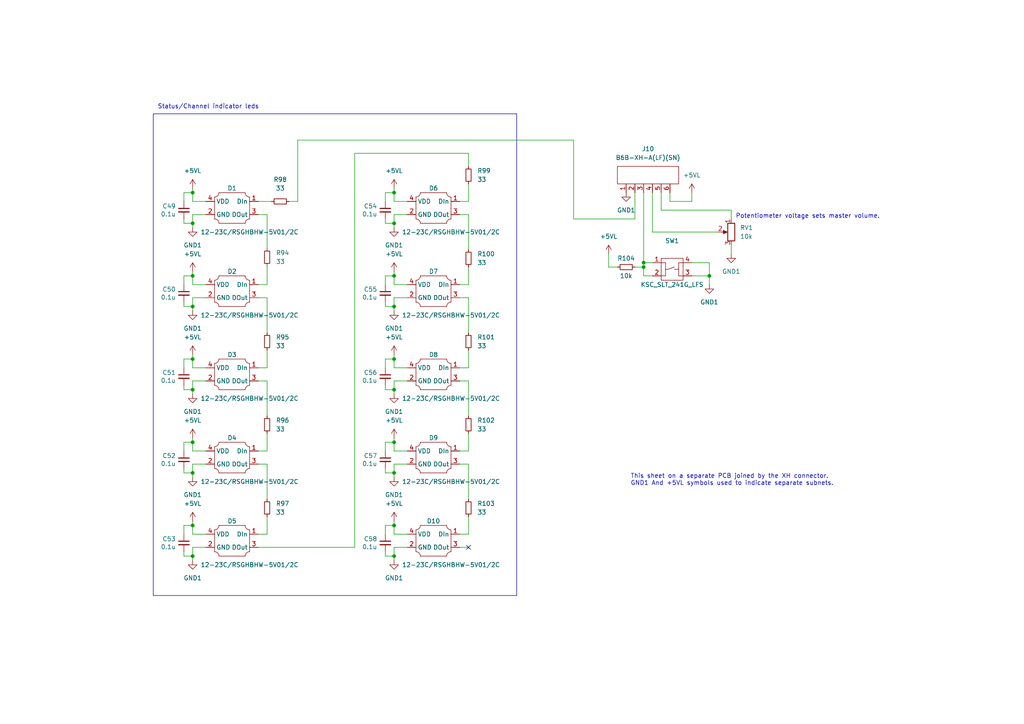
<source format=kicad_sch>
(kicad_sch (version 20230121) (generator eeschema)
  (paper "A4")
  (lib_symbols
    (symbol "12-23C{slash}RSGHBHW-5V01{slash}2C_2"
      (property "Reference" "D" (at 5.08 1.27 0))
      (property "Value" "12-23C{slash}RSGHBHW-5V01{slash}2C_2" (at 5.08 -10.16 0))
      (symbol "12-23C{slash}RSGHBHW-5V01{slash}2C_2_0_1"
        (arc (start 0 -1.27) (mid 0.898 -0.898) (end 1.27 0))
        (polyline (pts (xy 0 -1.27) (xy 0 -7.62)))
        (polyline (pts (xy 1.27 -8.89) (xy 8.89 -8.89)))
        (polyline (pts (xy 8.89 0) (xy 1.27 0)))
        (polyline (pts (xy 10.16 -7.62) (xy 10.16 -1.27)))
        (arc (start 1.27 -8.89) (mid 0.898 -7.992) (end 0 -7.62))
        (arc (start 8.89 0) (mid 9.262 -0.898) (end 10.16 -1.27))
        (arc (start 10.16 -7.62) (mid 9.262 -7.992) (end 8.89 -8.89))
      )
      (symbol "12-23C{slash}RSGHBHW-5V01{slash}2C_2_1_1"
        (pin passive line (at -2.54 -2.54 0) (length 2.54) (name "DIn") (number "1"))
        (pin power_in line (at 12.7 -6.35 180) (length 2.54) (name "GND") (number "2"))
        (pin passive line (at -2.54 -6.35 0) (length 2.54) (name "DOut") (number "3"))
        (pin power_in line (at 12.7 -2.54 180) (length 2.54) (name "VDD") (number "4"))
      )
    )
    (symbol "12-23C{slash}RSGHBHW-5V01{slash}2C_3"
      (property "Reference" "D" (at 5.08 1.27 0))
      (property "Value" "12-23C{slash}RSGHBHW-5V01{slash}2C_3" (at 5.08 -10.16 0))
      (symbol "12-23C{slash}RSGHBHW-5V01{slash}2C_3_0_1"
        (arc (start 0 -1.27) (mid 0.898 -0.898) (end 1.27 0))
        (polyline (pts (xy 0 -1.27) (xy 0 -7.62)))
        (polyline (pts (xy 1.27 -8.89) (xy 8.89 -8.89)))
        (polyline (pts (xy 8.89 0) (xy 1.27 0)))
        (polyline (pts (xy 10.16 -7.62) (xy 10.16 -1.27)))
        (arc (start 1.27 -8.89) (mid 0.898 -7.992) (end 0 -7.62))
        (arc (start 8.89 0) (mid 9.262 -0.898) (end 10.16 -1.27))
        (arc (start 10.16 -7.62) (mid 9.262 -7.992) (end 8.89 -8.89))
      )
      (symbol "12-23C{slash}RSGHBHW-5V01{slash}2C_3_1_1"
        (pin passive line (at -2.54 -2.54 0) (length 2.54) (name "DIn") (number "1"))
        (pin power_in line (at 12.7 -6.35 180) (length 2.54) (name "GND") (number "2"))
        (pin passive line (at -2.54 -6.35 0) (length 2.54) (name "DOut") (number "3"))
        (pin power_in line (at 12.7 -2.54 180) (length 2.54) (name "VDD") (number "4"))
      )
    )
    (symbol "12-23C{slash}RSGHBHW-5V01{slash}2C_4"
      (property "Reference" "D" (at 5.08 1.27 0))
      (property "Value" "12-23C{slash}RSGHBHW-5V01{slash}2C_4" (at 5.08 -10.16 0))
      (symbol "12-23C{slash}RSGHBHW-5V01{slash}2C_4_0_1"
        (arc (start 0 -1.27) (mid 0.898 -0.898) (end 1.27 0))
        (polyline (pts (xy 0 -1.27) (xy 0 -7.62)))
        (polyline (pts (xy 1.27 -8.89) (xy 8.89 -8.89)))
        (polyline (pts (xy 8.89 0) (xy 1.27 0)))
        (polyline (pts (xy 10.16 -7.62) (xy 10.16 -1.27)))
        (arc (start 1.27 -8.89) (mid 0.898 -7.992) (end 0 -7.62))
        (arc (start 8.89 0) (mid 9.262 -0.898) (end 10.16 -1.27))
        (arc (start 10.16 -7.62) (mid 9.262 -7.992) (end 8.89 -8.89))
      )
      (symbol "12-23C{slash}RSGHBHW-5V01{slash}2C_4_1_1"
        (pin passive line (at -2.54 -2.54 0) (length 2.54) (name "DIn") (number "1"))
        (pin power_in line (at 12.7 -6.35 180) (length 2.54) (name "GND") (number "2"))
        (pin passive line (at -2.54 -6.35 0) (length 2.54) (name "DOut") (number "3"))
        (pin power_in line (at 12.7 -2.54 180) (length 2.54) (name "VDD") (number "4"))
      )
    )
    (symbol "12-23C{slash}RSGHBHW-5V01{slash}2C_5"
      (property "Reference" "D" (at 5.08 1.27 0))
      (property "Value" "12-23C{slash}RSGHBHW-5V01{slash}2C_5" (at 5.08 -10.16 0))
      (symbol "12-23C{slash}RSGHBHW-5V01{slash}2C_5_0_1"
        (arc (start 0 -1.27) (mid 0.898 -0.898) (end 1.27 0))
        (polyline (pts (xy 0 -1.27) (xy 0 -7.62)))
        (polyline (pts (xy 1.27 -8.89) (xy 8.89 -8.89)))
        (polyline (pts (xy 8.89 0) (xy 1.27 0)))
        (polyline (pts (xy 10.16 -7.62) (xy 10.16 -1.27)))
        (arc (start 1.27 -8.89) (mid 0.898 -7.992) (end 0 -7.62))
        (arc (start 8.89 0) (mid 9.262 -0.898) (end 10.16 -1.27))
        (arc (start 10.16 -7.62) (mid 9.262 -7.992) (end 8.89 -8.89))
      )
      (symbol "12-23C{slash}RSGHBHW-5V01{slash}2C_5_1_1"
        (pin passive line (at -2.54 -2.54 0) (length 2.54) (name "DIn") (number "1"))
        (pin power_in line (at 12.7 -6.35 180) (length 2.54) (name "GND") (number "2"))
        (pin passive line (at -2.54 -6.35 0) (length 2.54) (name "DOut") (number "3"))
        (pin power_in line (at 12.7 -2.54 180) (length 2.54) (name "VDD") (number "4"))
      )
    )
    (symbol "12-23C{slash}RSGHBHW-5V01{slash}2C_6"
      (property "Reference" "D" (at 5.08 1.27 0))
      (property "Value" "12-23C{slash}RSGHBHW-5V01{slash}2C_6" (at 5.08 -10.16 0))
      (symbol "12-23C{slash}RSGHBHW-5V01{slash}2C_6_0_1"
        (arc (start 0 -1.27) (mid 0.898 -0.898) (end 1.27 0))
        (polyline (pts (xy 0 -1.27) (xy 0 -7.62)))
        (polyline (pts (xy 1.27 -8.89) (xy 8.89 -8.89)))
        (polyline (pts (xy 8.89 0) (xy 1.27 0)))
        (polyline (pts (xy 10.16 -7.62) (xy 10.16 -1.27)))
        (arc (start 1.27 -8.89) (mid 0.898 -7.992) (end 0 -7.62))
        (arc (start 8.89 0) (mid 9.262 -0.898) (end 10.16 -1.27))
        (arc (start 10.16 -7.62) (mid 9.262 -7.992) (end 8.89 -8.89))
      )
      (symbol "12-23C{slash}RSGHBHW-5V01{slash}2C_6_1_1"
        (pin passive line (at -2.54 -2.54 0) (length 2.54) (name "DIn") (number "1"))
        (pin power_in line (at 12.7 -6.35 180) (length 2.54) (name "GND") (number "2"))
        (pin passive line (at -2.54 -6.35 0) (length 2.54) (name "DOut") (number "3"))
        (pin power_in line (at 12.7 -2.54 180) (length 2.54) (name "VDD") (number "4"))
      )
    )
    (symbol "12-23C{slash}RSGHBHW-5V01{slash}2C_7"
      (property "Reference" "D" (at 5.08 1.27 0))
      (property "Value" "12-23C{slash}RSGHBHW-5V01{slash}2C_7" (at 5.08 -10.16 0))
      (symbol "12-23C{slash}RSGHBHW-5V01{slash}2C_7_0_1"
        (arc (start 0 -1.27) (mid 0.898 -0.898) (end 1.27 0))
        (polyline (pts (xy 0 -1.27) (xy 0 -7.62)))
        (polyline (pts (xy 1.27 -8.89) (xy 8.89 -8.89)))
        (polyline (pts (xy 8.89 0) (xy 1.27 0)))
        (polyline (pts (xy 10.16 -7.62) (xy 10.16 -1.27)))
        (arc (start 1.27 -8.89) (mid 0.898 -7.992) (end 0 -7.62))
        (arc (start 8.89 0) (mid 9.262 -0.898) (end 10.16 -1.27))
        (arc (start 10.16 -7.62) (mid 9.262 -7.992) (end 8.89 -8.89))
      )
      (symbol "12-23C{slash}RSGHBHW-5V01{slash}2C_7_1_1"
        (pin passive line (at -2.54 -2.54 0) (length 2.54) (name "DIn") (number "1"))
        (pin power_in line (at 12.7 -6.35 180) (length 2.54) (name "GND") (number "2"))
        (pin passive line (at -2.54 -6.35 0) (length 2.54) (name "DOut") (number "3"))
        (pin power_in line (at 12.7 -2.54 180) (length 2.54) (name "VDD") (number "4"))
      )
    )
    (symbol "12-23C{slash}RSGHBHW-5V01{slash}2C_8"
      (property "Reference" "D" (at 5.08 1.27 0))
      (property "Value" "12-23C{slash}RSGHBHW-5V01{slash}2C_8" (at 5.08 -10.16 0))
      (symbol "12-23C{slash}RSGHBHW-5V01{slash}2C_8_0_1"
        (arc (start 0 -1.27) (mid 0.898 -0.898) (end 1.27 0))
        (polyline (pts (xy 0 -1.27) (xy 0 -7.62)))
        (polyline (pts (xy 1.27 -8.89) (xy 8.89 -8.89)))
        (polyline (pts (xy 8.89 0) (xy 1.27 0)))
        (polyline (pts (xy 10.16 -7.62) (xy 10.16 -1.27)))
        (arc (start 1.27 -8.89) (mid 0.898 -7.992) (end 0 -7.62))
        (arc (start 8.89 0) (mid 9.262 -0.898) (end 10.16 -1.27))
        (arc (start 10.16 -7.62) (mid 9.262 -7.992) (end 8.89 -8.89))
      )
      (symbol "12-23C{slash}RSGHBHW-5V01{slash}2C_8_1_1"
        (pin passive line (at -2.54 -2.54 0) (length 2.54) (name "DIn") (number "1"))
        (pin power_in line (at 12.7 -6.35 180) (length 2.54) (name "GND") (number "2"))
        (pin passive line (at -2.54 -6.35 0) (length 2.54) (name "DOut") (number "3"))
        (pin power_in line (at 12.7 -2.54 180) (length 2.54) (name "VDD") (number "4"))
      )
    )
    (symbol "12-23C{slash}RSGHBHW-5V01{slash}2C_9"
      (property "Reference" "D" (at 5.08 1.27 0))
      (property "Value" "12-23C{slash}RSGHBHW-5V01{slash}2C_9" (at 5.08 -10.16 0))
      (symbol "12-23C{slash}RSGHBHW-5V01{slash}2C_9_0_1"
        (arc (start 0 -1.27) (mid 0.898 -0.898) (end 1.27 0))
        (polyline (pts (xy 0 -1.27) (xy 0 -7.62)))
        (polyline (pts (xy 1.27 -8.89) (xy 8.89 -8.89)))
        (polyline (pts (xy 8.89 0) (xy 1.27 0)))
        (polyline (pts (xy 10.16 -7.62) (xy 10.16 -1.27)))
        (arc (start 1.27 -8.89) (mid 0.898 -7.992) (end 0 -7.62))
        (arc (start 8.89 0) (mid 9.262 -0.898) (end 10.16 -1.27))
        (arc (start 10.16 -7.62) (mid 9.262 -7.992) (end 8.89 -8.89))
      )
      (symbol "12-23C{slash}RSGHBHW-5V01{slash}2C_9_1_1"
        (pin passive line (at -2.54 -2.54 0) (length 2.54) (name "DIn") (number "1"))
        (pin power_in line (at 12.7 -6.35 180) (length 2.54) (name "GND") (number "2"))
        (pin passive line (at -2.54 -6.35 0) (length 2.54) (name "DOut") (number "3"))
        (pin power_in line (at 12.7 -2.54 180) (length 2.54) (name "VDD") (number "4"))
      )
    )
    (symbol "Device:C_Small" (pin_numbers hide) (pin_names (offset 0.254) hide)
      (property "Reference" "C" (at 0.254 1.778 0))
      (property "Value" "C_Small" (at 0.254 -2.032 0))
      (symbol "C_Small_0_1"
        (polyline (pts (xy -1.524 -0.508) (xy 1.524 -0.508)) (stroke (width 0.3302)))
        (polyline (pts (xy -1.524 0.508) (xy 1.524 0.508)) (stroke (width 0.3048)))
      )
      (symbol "C_Small_1_1"
        (pin passive line (at 0 2.54 270) (length 2.032) (name "~") (number "1"))
        (pin passive line (at 0 -2.54 90) (length 2.032) (name "~") (number "2"))
      )
    )
    (symbol "Device:R_Potentiometer" (pin_names (offset 1.016) hide)
      (property "Reference" "RV" (at -4.445 0 90))
      (property "Value" "R_Potentiometer" (at -2.54 0 90))
      (symbol "R_Potentiometer_0_1"
        (polyline (pts (xy 2.54 0) (xy 1.524 0)))
        (polyline (pts (xy 1.143 0) (xy 2.286 0.508) (xy 2.286 -0.508) (xy 1.143 0)) (fill (type outline)))
        (rectangle (start 1.016 2.54) (end -1.016 -2.54) (stroke (width 0.254)))
      )
      (symbol "R_Potentiometer_1_1"
        (pin passive line (at 0 3.81 270) (length 1.27) (name "1") (number "1"))
        (pin passive line (at 3.81 0 180) (length 1.27) (name "2") (number "2"))
        (pin passive line (at 0 -3.81 90) (length 1.27) (name "3") (number "3"))
      )
    )
    (symbol "Device:R_Small" (pin_numbers hide) (pin_names (offset 0.254) hide)
      (property "Reference" "R" (at 0.762 0.508 0))
      (property "Value" "R_Small" (at 0.762 -1.016 0))
      (symbol "R_Small_0_1"
        (rectangle (start -0.762 1.778) (end 0.762 -1.778) (stroke (width 0.2032)))
      )
      (symbol "R_Small_1_1"
        (pin passive line (at 0 2.54 270) (length 0.762) (name "~") (number "1"))
        (pin passive line (at 0 -2.54 90) (length 0.762) (name "~") (number "2"))
      )
    )
    (symbol "power:+5VL" (power) (pin_names (offset 0))
      (property "Value" "+5VL" (at 0 3.556 0))
      (symbol "+5VL_0_1"
        (polyline (pts (xy -0.762 1.27) (xy 0 2.54)))
        (polyline (pts (xy 0 0) (xy 0 2.54)))
        (polyline (pts (xy 0 2.54) (xy 0.762 1.27)))
      )
      (symbol "+5VL_1_1"
        (pin power_in line (at 0 0 90) (length 0) hide (name "+5VL") (number "1"))
      )
    )
    (symbol "power:GND1" (power) (pin_names (offset 0))
      (property "Value" "GND1" (at 0 -3.81 0))
      (symbol "GND1_0_1"
        (polyline (pts (xy 0 0) (xy 0 -1.27) (xy 1.27 -1.27) (xy 0 -2.54) (xy -1.27 -1.27) (xy 0 -1.27)))
      )
      (symbol "GND1_1_1"
        (pin power_in line (at 0 0 270) (length 0) hide (name "GND1") (number "1"))
      )
    )
    (symbol "silver-box-modular:12-23C{slash}RSGHBHW-5V01{slash}2C"
      (property "Reference" "D" (at 5.08 1.27 0))
      (property "Value" "12-23C{slash}RSGHBHW-5V01{slash}2C" (at 5.08 -10.16 0))
      (symbol "12-23C{slash}RSGHBHW-5V01{slash}2C_0_1"
        (arc (start 0 -1.27) (mid 0.898 -0.898) (end 1.27 0))
        (polyline (pts (xy 0 -1.27) (xy 0 -7.62)))
        (polyline (pts (xy 1.27 -8.89) (xy 8.89 -8.89)))
        (polyline (pts (xy 8.89 0) (xy 1.27 0)))
        (polyline (pts (xy 10.16 -7.62) (xy 10.16 -1.27)))
        (arc (start 1.27 -8.89) (mid 0.898 -7.992) (end 0 -7.62))
        (arc (start 8.89 0) (mid 9.262 -0.898) (end 10.16 -1.27))
        (arc (start 10.16 -7.62) (mid 9.262 -7.992) (end 8.89 -8.89))
      )
      (symbol "12-23C{slash}RSGHBHW-5V01{slash}2C_1_1"
        (pin passive line (at -2.54 -2.54 0) (length 2.54) (name "DIn") (number "1"))
        (pin power_in line (at 12.7 -6.35 180) (length 2.54) (name "GND") (number "2"))
        (pin passive line (at -2.54 -6.35 0) (length 2.54) (name "DOut") (number "3"))
        (pin power_in line (at 12.7 -2.54 180) (length 2.54) (name "VDD") (number "4"))
      )
    )
    (symbol "silver-box-modular:B6B-XH-A(LF)(SN)"
      (property "Reference" "U" (at 0 3.81 0))
      (property "Value" "B6B-XH-A(LF)(SN)" (at 0 1.27 0))
      (symbol "B6B-XH-A(LF)(SN)_0_0"
        (pin passive line (at -6.35 -7.62 90) (length 2.54) (name "") (number "1"))
        (pin passive line (at -3.81 -7.62 90) (length 2.54) (name "") (number "2"))
        (pin passive line (at -1.27 -7.62 90) (length 2.54) (name "") (number "3"))
        (pin passive line (at 1.27 -7.62 90) (length 2.54) (name "") (number "4"))
        (pin passive line (at 3.81 -7.62 90) (length 2.54) (name "") (number "5"))
        (pin passive line (at 6.35 -7.62 90) (length 2.54) (name "") (number "6"))
      )
      (symbol "B6B-XH-A(LF)(SN)_0_1"
        (rectangle (start -8.89 -5.08) (end 8.89 0))
      )
    )
    (symbol "silver-box-modular:KSC_SLT_241G_LFS"
      (property "Reference" "SW" (at 5.715 2.54 0))
      (property "Value" "KSC_SLT_241G_LFS" (at 5.715 -6.35 0))
      (symbol "KSC_SLT_241G_LFS_0_1"
        (polyline (pts (xy 6.35 -1.905) (xy 7.62 -1.905)))
        (polyline (pts (xy 3.81 -1.905) (xy 4.445 -1.905) (xy 6.35 -1.27)))
        (polyline (pts (xy 2.54 0) (xy 3.81 0) (xy 3.81 -3.81) (xy 2.54 -3.81)))
        (polyline (pts (xy 8.89 -3.81) (xy 7.62 -3.81) (xy 7.62 0) (xy 8.89 0)))
        (rectangle (start 2.54 -5.08) (end 8.89 1.27))
      )
      (symbol "KSC_SLT_241G_LFS_1_1"
        (pin passive line (at 0 0 0) (length 2.54) (name "") (number "1"))
        (pin passive line (at 0 -3.81 0) (length 2.54) (name "") (number "2"))
        (pin passive line (at 11.43 -3.81 180) (length 2.54) (name "") (number "3"))
        (pin passive line (at 11.43 0 180) (length 2.54) (name "") (number "4"))
      )
    )
  )
  (junction (at 55.88 88.9))
  (junction (at 55.88 161.29))
  (junction (at 114.3 88.9))
  (junction (at 55.88 64.77))
  (junction (at 55.88 80.01))
  (junction (at 114.3 55.88))
  (junction (at 55.88 113.03))
  (junction (at 205.74 80.01))
  (junction (at 114.3 64.77))
  (junction (at 114.3 128.27))
  (junction (at 114.3 152.4))
  (junction (at 55.88 137.16))
  (junction (at 114.3 137.16))
  (junction (at 186.69 76.2))
  (junction (at 55.88 152.4))
  (junction (at 114.3 80.01))
  (junction (at 55.88 128.27))
  (junction (at 114.3 161.29))
  (junction (at 55.88 104.14))
  (junction (at 114.3 113.03))
  (junction (at 55.88 55.88))
  (junction (at 186.69 77.47))
  (junction (at 114.3 104.14))
  (no_connect (at 135.89 158.75))
  (wire (pts (xy 77.47 120.65) (xy 77.47 110.49)))
  (wire (pts (xy 111.76 160.02) (xy 111.76 161.29)))
  (wire (pts (xy 114.3 158.75) (xy 118.11 158.75)))
  (polyline (pts (xy 44.45 33.02) (xy 44.45 172.72)))
  (wire (pts (xy 205.74 76.2) (xy 205.74 80.01)))
  (wire (pts (xy 77.47 130.81) (xy 77.47 125.73)))
  (wire (pts (xy 186.69 77.47) (xy 186.69 76.2)))
  (wire (pts (xy 118.11 154.94) (xy 114.3 154.94)))
  (wire (pts (xy 133.35 58.42) (xy 135.89 58.42)))
  (wire (pts (xy 77.47 134.62) (xy 74.93 134.62)))
  (wire (pts (xy 135.89 62.23) (xy 133.35 62.23)))
  (wire (pts (xy 114.3 86.36) (xy 114.3 88.9)))
  (wire (pts (xy 191.77 60.96) (xy 191.77 55.88)))
  (wire (pts (xy 77.47 144.78) (xy 77.47 134.62)))
  (wire (pts (xy 111.76 88.9) (xy 114.3 88.9)))
  (wire (pts (xy 55.88 64.77) (xy 55.88 66.04)))
  (wire (pts (xy 74.93 58.42) (xy 78.74 58.42)))
  (wire (pts (xy 111.76 128.27) (xy 114.3 128.27)))
  (wire (pts (xy 55.88 158.75) (xy 59.69 158.75)))
  (wire (pts (xy 77.47 86.36) (xy 74.93 86.36)))
  (wire (pts (xy 135.89 44.45) (xy 102.87 44.45)))
  (wire (pts (xy 176.53 77.47) (xy 176.53 73.66)))
  (wire (pts (xy 59.69 154.94) (xy 55.88 154.94)))
  (wire (pts (xy 200.66 76.2) (xy 205.74 76.2)))
  (wire (pts (xy 135.89 144.78) (xy 135.89 134.62)))
  (wire (pts (xy 55.88 86.36) (xy 55.88 88.9)))
  (wire (pts (xy 53.34 154.94) (xy 53.34 152.4)))
  (wire (pts (xy 77.47 72.0709) (xy 77.47 62.23)))
  (wire (pts (xy 191.77 60.96) (xy 212.09 60.96)))
  (wire (pts (xy 55.88 128.27) (xy 55.88 130.81)))
  (wire (pts (xy 55.88 80.01) (xy 55.88 82.55)))
  (wire (pts (xy 114.3 64.77) (xy 114.3 66.04)))
  (wire (pts (xy 74.93 82.55) (xy 77.47 82.55)))
  (wire (pts (xy 135.89 48.26) (xy 135.89 44.45)))
  (wire (pts (xy 55.88 104.14) (xy 55.88 106.68)))
  (wire (pts (xy 53.34 55.88) (xy 55.88 55.88)))
  (wire (pts (xy 74.93 106.68) (xy 77.47 106.68)))
  (wire (pts (xy 133.35 134.62) (xy 135.89 134.62)))
  (wire (pts (xy 212.09 60.96) (xy 212.09 63.5)))
  (wire (pts (xy 118.11 130.81) (xy 114.3 130.81)))
  (wire (pts (xy 55.88 62.23) (xy 59.69 62.23)))
  (wire (pts (xy 194.31 58.42) (xy 200.66 58.42)))
  (wire (pts (xy 186.69 80.01) (xy 186.69 77.47)))
  (wire (pts (xy 74.93 154.94) (xy 77.47 154.94)))
  (wire (pts (xy 135.89 58.42) (xy 135.89 53.34)))
  (wire (pts (xy 53.34 137.16) (xy 55.88 137.16)))
  (wire (pts (xy 77.47 82.55) (xy 77.47 77.1509)))
  (wire (pts (xy 186.69 55.88) (xy 186.69 76.2)))
  (wire (pts (xy 53.34 135.89) (xy 53.34 137.16)))
  (wire (pts (xy 189.23 67.31) (xy 208.28 67.31)))
  (wire (pts (xy 135.89 96.52) (xy 135.89 86.36)))
  (wire (pts (xy 111.76 154.94) (xy 111.76 152.4)))
  (wire (pts (xy 111.76 113.03) (xy 114.3 113.03)))
  (wire (pts (xy 77.47 106.68) (xy 77.47 101.6)))
  (wire (pts (xy 114.3 80.01) (xy 114.3 82.55)))
  (wire (pts (xy 59.69 58.42) (xy 55.88 58.42)))
  (wire (pts (xy 135.89 120.65) (xy 135.89 110.49)))
  (wire (pts (xy 189.23 80.01) (xy 186.69 80.01)))
  (wire (pts (xy 114.3 134.62) (xy 114.3 137.16)))
  (polyline (pts (xy 44.45 33.02) (xy 149.86 33.02)))
  (wire (pts (xy 114.3 55.88) (xy 114.3 58.42)))
  (wire (pts (xy 59.69 106.68) (xy 55.88 106.68)))
  (wire (pts (xy 83.82 58.42) (xy 86.36 58.42)))
  (wire (pts (xy 135.89 72.39) (xy 135.89 62.23)))
  (polyline (pts (xy 149.86 33.02) (xy 149.86 172.72)))
  (wire (pts (xy 111.76 106.68) (xy 111.76 104.14)))
  (wire (pts (xy 55.88 152.4) (xy 55.88 154.94)))
  (polyline (pts (xy 149.86 172.72) (xy 44.45 172.72)))
  (wire (pts (xy 55.88 54.61) (xy 55.88 55.88)))
  (wire (pts (xy 55.88 151.13) (xy 55.88 152.4)))
  (wire (pts (xy 212.09 71.12) (xy 212.09 73.66)))
  (wire (pts (xy 135.89 130.81) (xy 135.89 125.73)))
  (wire (pts (xy 189.23 55.88) (xy 189.23 67.31)))
  (wire (pts (xy 55.88 137.16) (xy 55.88 138.43)))
  (wire (pts (xy 114.3 161.29) (xy 114.3 162.56)))
  (wire (pts (xy 118.11 58.42) (xy 114.3 58.42)))
  (wire (pts (xy 111.76 104.14) (xy 114.3 104.14)))
  (wire (pts (xy 53.34 82.55) (xy 53.34 80.01)))
  (wire (pts (xy 135.89 106.68) (xy 135.89 101.6)))
  (wire (pts (xy 114.3 104.14) (xy 114.3 106.68)))
  (wire (pts (xy 53.34 64.77) (xy 55.88 64.77)))
  (wire (pts (xy 55.88 110.49) (xy 55.88 113.03)))
  (wire (pts (xy 111.76 63.5) (xy 111.76 64.77)))
  (wire (pts (xy 114.3 62.23) (xy 114.3 64.77)))
  (wire (pts (xy 86.36 40.64) (xy 86.36 58.42)))
  (wire (pts (xy 53.34 88.9) (xy 55.88 88.9)))
  (wire (pts (xy 114.3 158.75) (xy 114.3 161.29)))
  (wire (pts (xy 53.34 111.76) (xy 53.34 113.03)))
  (wire (pts (xy 53.34 152.4) (xy 55.88 152.4)))
  (wire (pts (xy 111.76 87.63) (xy 111.76 88.9)))
  (wire (pts (xy 55.88 113.03) (xy 55.88 114.3)))
  (wire (pts (xy 114.3 128.27) (xy 114.3 130.81)))
  (wire (pts (xy 55.88 158.75) (xy 55.88 161.29)))
  (wire (pts (xy 133.35 158.75) (xy 135.89 158.75)))
  (wire (pts (xy 114.3 113.03) (xy 114.3 114.3)))
  (wire (pts (xy 111.76 58.42) (xy 111.76 55.88)))
  (wire (pts (xy 114.3 134.62) (xy 118.11 134.62)))
  (wire (pts (xy 55.88 134.62) (xy 55.88 137.16)))
  (wire (pts (xy 55.88 134.62) (xy 59.69 134.62)))
  (wire (pts (xy 133.35 106.68) (xy 135.89 106.68)))
  (wire (pts (xy 118.11 82.55) (xy 114.3 82.55)))
  (wire (pts (xy 114.3 86.36) (xy 118.11 86.36)))
  (wire (pts (xy 205.74 80.01) (xy 205.74 82.55)))
  (wire (pts (xy 111.76 64.77) (xy 114.3 64.77)))
  (wire (pts (xy 74.93 130.81) (xy 77.47 130.81)))
  (wire (pts (xy 118.11 106.68) (xy 114.3 106.68)))
  (wire (pts (xy 114.3 88.9) (xy 114.3 90.17)))
  (wire (pts (xy 184.15 55.88) (xy 184.15 63.5)))
  (wire (pts (xy 77.47 154.94) (xy 77.47 149.86)))
  (wire (pts (xy 114.3 110.49) (xy 118.11 110.49)))
  (wire (pts (xy 55.88 127) (xy 55.88 128.27)))
  (wire (pts (xy 102.87 44.45) (xy 102.87 158.75)))
  (wire (pts (xy 114.3 151.13) (xy 114.3 152.4)))
  (wire (pts (xy 55.88 102.87) (xy 55.88 104.14)))
  (wire (pts (xy 53.34 113.03) (xy 55.88 113.03)))
  (wire (pts (xy 77.47 110.49) (xy 74.93 110.49)))
  (wire (pts (xy 53.34 58.42) (xy 53.34 55.88)))
  (wire (pts (xy 111.76 82.55) (xy 111.76 80.01)))
  (wire (pts (xy 166.37 40.64) (xy 86.36 40.64)))
  (wire (pts (xy 200.66 55.88) (xy 200.66 58.42)))
  (wire (pts (xy 53.34 63.5) (xy 53.34 64.77)))
  (wire (pts (xy 111.76 161.29) (xy 114.3 161.29)))
  (wire (pts (xy 114.3 62.23) (xy 118.11 62.23)))
  (wire (pts (xy 55.88 62.23) (xy 55.88 64.77)))
  (wire (pts (xy 135.89 110.49) (xy 133.35 110.49)))
  (wire (pts (xy 53.34 128.27) (xy 55.88 128.27)))
  (wire (pts (xy 186.69 76.2) (xy 189.23 76.2)))
  (wire (pts (xy 135.89 82.55) (xy 135.89 77.47)))
  (wire (pts (xy 135.89 154.94) (xy 135.89 149.86)))
  (wire (pts (xy 55.88 110.49) (xy 59.69 110.49)))
  (wire (pts (xy 114.3 152.4) (xy 114.3 154.94)))
  (wire (pts (xy 111.76 152.4) (xy 114.3 152.4)))
  (wire (pts (xy 55.88 78.74) (xy 55.88 80.01)))
  (wire (pts (xy 194.31 55.88) (xy 194.31 58.42)))
  (wire (pts (xy 53.34 106.68) (xy 53.34 104.14)))
  (wire (pts (xy 179.07 77.47) (xy 176.53 77.47)))
  (wire (pts (xy 74.93 158.75) (xy 102.87 158.75)))
  (wire (pts (xy 55.88 55.88) (xy 55.88 58.42)))
  (wire (pts (xy 114.3 137.16) (xy 114.3 138.43)))
  (wire (pts (xy 53.34 80.01) (xy 55.88 80.01)))
  (wire (pts (xy 53.34 160.02) (xy 53.34 161.29)))
  (wire (pts (xy 111.76 111.76) (xy 111.76 113.03)))
  (wire (pts (xy 59.69 130.81) (xy 55.88 130.81)))
  (wire (pts (xy 53.34 161.29) (xy 55.88 161.29)))
  (wire (pts (xy 59.69 82.55) (xy 55.88 82.55)))
  (wire (pts (xy 114.3 127) (xy 114.3 128.27)))
  (wire (pts (xy 135.89 86.36) (xy 133.35 86.36)))
  (wire (pts (xy 166.37 63.5) (xy 166.37 40.64)))
  (wire (pts (xy 184.15 77.47) (xy 186.69 77.47)))
  (wire (pts (xy 114.3 78.74) (xy 114.3 80.01)))
  (wire (pts (xy 55.88 88.9) (xy 55.88 90.17)))
  (wire (pts (xy 114.3 54.61) (xy 114.3 55.88)))
  (wire (pts (xy 133.35 130.81) (xy 135.89 130.81)))
  (wire (pts (xy 53.34 104.14) (xy 55.88 104.14)))
  (wire (pts (xy 77.47 62.23) (xy 74.93 62.23)))
  (wire (pts (xy 111.76 137.16) (xy 114.3 137.16)))
  (wire (pts (xy 53.34 87.63) (xy 53.34 88.9)))
  (wire (pts (xy 133.35 154.94) (xy 135.89 154.94)))
  (wire (pts (xy 53.34 130.81) (xy 53.34 128.27)))
  (wire (pts (xy 111.76 80.01) (xy 114.3 80.01)))
  (wire (pts (xy 184.15 63.5) (xy 166.37 63.5)))
  (wire (pts (xy 77.47 96.52) (xy 77.47 86.36)))
  (wire (pts (xy 55.88 86.36) (xy 59.69 86.36)))
  (wire (pts (xy 111.76 130.81) (xy 111.76 128.27)))
  (wire (pts (xy 114.3 102.87) (xy 114.3 104.14)))
  (wire (pts (xy 133.35 82.55) (xy 135.89 82.55)))
  (wire (pts (xy 111.76 135.89) (xy 111.76 137.16)))
  (wire (pts (xy 114.3 110.49) (xy 114.3 113.03)))
  (wire (pts (xy 200.66 80.01) (xy 205.74 80.01)))
  (wire (pts (xy 55.88 161.29) (xy 55.88 162.56)))
  (wire (pts (xy 111.76 55.88) (xy 114.3 55.88)))
  (text "Potentiometer voltage sets master volume." (at 213.36 63.5 0) (effects (font (size 1.27 1.27)) (justify left bottom)))
  (text "Status/Channel indicator leds" (at 45.72 31.75 0) (effects (font (size 1.27 1.27)) (justify left bottom)))
  (text "This sheet on a separate PCB joined by the XH connector. \nGND1 And +5VL symbols used to indicate separate subnets." (at 182.88 140.97 0) (effects (font (size 1.27 1.27)) (justify left bottom)))
  (symbol (lib_id "power:GND1") (at 55.88 162.56 0) (unit 1)
    (property "Reference" "#PWR0158" (effects hide))
    (property "Value" "GND1" (at 55.88 167.64 0))
  )
  (symbol (lib_id "power:+5VL") (at 114.3 78.74 0) (unit 1)
    (property "Reference" "#PWR0161" (effects hide))
    (property "Value" "+5VL" (at 114.3 73.66 0))
  )
  (symbol (lib_id "Device:R_Small") (at 135.89 123.19 180) (unit 1)
    (property "Reference" "R102" (at 138.43 121.9199 0) (effects (justify right)))
    (property "Value" "33" (at 138.43 124.4599 0) (effects (justify right)))
    (property "Footprint" "Resistor_SMD:R_0603_1608Metric_Pad0.98x0.95mm_HandSolder" (effects hide))
  )
  (symbol (lib_id "silver-box-modular:12-23C{slash}RSGHBHW-5V01{slash}2C") (at 130.81 152.4 0) (mirror y) (unit 1)
    (property "Reference" "D10" (at 125.73 151.13 0))
    (property "Value" "12-23C/RSGHBHW-5V01/2C" (at 130.81 163.83 0))
    (property "Footprint" "silver-box-feetprints:12-23C-RSGHBHW-5V01-2C" (effects hide))
  )
  (symbol (lib_name "12-23C{slash}RSGHBHW-5V01{slash}2C_7") (lib_id "silver-box-modular:12-23C{slash}RSGHBHW-5V01{slash}2C") (at 72.39 152.4 0) (mirror y) (unit 1)
    (property "Reference" "D5" (at 67.31 151.13 0))
    (property "Value" "12-23C/RSGHBHW-5V01/2C" (at 72.39 163.83 0))
    (property "Footprint" "silver-box-feetprints:12-23C-RSGHBHW-5V01-2C" (effects hide))
  )
  (symbol (lib_id "power:GND1") (at 114.3 66.04 0) (unit 1)
    (property "Reference" "#PWR0160" (effects hide))
    (property "Value" "GND1" (at 114.3 71.12 0))
  )
  (symbol (lib_id "power:+5VL") (at 114.3 127 0) (unit 1)
    (property "Reference" "#PWR0165" (effects hide))
    (property "Value" "+5VL" (at 114.3 121.92 0))
  )
  (symbol (lib_id "Device:R_Small") (at 135.89 147.32 180) (unit 1)
    (property "Reference" "R103" (at 138.43 146.0499 0) (effects (justify right)))
    (property "Value" "33" (at 138.43 148.5899 0) (effects (justify right)))
    (property "Footprint" "Resistor_SMD:R_0603_1608Metric_Pad0.98x0.95mm_HandSolder" (effects hide))
  )
  (symbol (lib_id "power:+5VL") (at 55.88 54.61 0) (unit 1)
    (property "Reference" "#PWR0149" (effects hide))
    (property "Value" "+5VL" (at 55.88 49.53 0))
  )
  (symbol (lib_id "Device:R_Potentiometer") (at 212.09 67.31 0) (mirror y) (unit 1)
    (property "Reference" "RV1" (at 214.63 66.0399 0) (effects (justify right)))
    (property "Value" "10k" (at 214.63 68.5799 0) (effects (justify right)))
    (property "Footprint" "silver-box-feetprints:Bourns PTV11-4425A" (effects hide))
  )
  (symbol (lib_id "Device:R_Small") (at 81.28 58.42 90) (unit 1)
    (property "Reference" "R98" (at 81.28 52.07 90))
    (property "Value" "33" (at 81.28 54.61 90))
    (property "Footprint" "Resistor_SMD:R_0603_1608Metric_Pad0.98x0.95mm_HandSolder" (effects hide))
  )
  (symbol (lib_id "power:GND1") (at 55.88 138.43 0) (unit 1)
    (property "Reference" "#PWR0156" (effects hide))
    (property "Value" "GND1" (at 55.88 143.51 0))
  )
  (symbol (lib_name "12-23C{slash}RSGHBHW-5V01{slash}2C_4") (lib_id "silver-box-modular:12-23C{slash}RSGHBHW-5V01{slash}2C") (at 72.39 80.01 0) (mirror y) (unit 1)
    (property "Reference" "D2" (at 67.31 78.74 0))
    (property "Value" "12-23C/RSGHBHW-5V01/2C" (at 72.39 91.44 0))
    (property "Footprint" "silver-box-feetprints:12-23C-RSGHBHW-5V01-2C" (effects hide))
  )
  (symbol (lib_id "power:GND1") (at 114.3 138.43 0) (unit 1)
    (property "Reference" "#PWR0166" (effects hide))
    (property "Value" "GND1" (at 114.3 143.51 0))
  )
  (symbol (lib_name "12-23C{slash}RSGHBHW-5V01{slash}2C_5") (lib_id "silver-box-modular:12-23C{slash}RSGHBHW-5V01{slash}2C") (at 72.39 55.88 0) (mirror y) (unit 1)
    (property "Reference" "D1" (at 67.31 54.61 0))
    (property "Value" "12-23C/RSGHBHW-5V01/2C" (at 72.39 67.31 0))
    (property "Footprint" "silver-box-feetprints:12-23C-RSGHBHW-5V01-2C" (effects hide))
  )
  (symbol (lib_id "Device:R_Small") (at 135.89 74.93 180) (unit 1)
    (property "Reference" "R100" (at 138.43 73.6599 0) (effects (justify right)))
    (property "Value" "33" (at 138.43 76.1999 0) (effects (justify right)))
    (property "Footprint" "Resistor_SMD:R_0603_1608Metric_Pad0.98x0.95mm_HandSolder" (effects hide))
  )
  (symbol (lib_id "Device:R_Small") (at 77.47 123.19 180) (unit 1)
    (property "Reference" "R96" (at 80.01 121.9199 0) (effects (justify right)))
    (property "Value" "33" (at 80.01 124.4599 0) (effects (justify right)))
    (property "Footprint" "Resistor_SMD:R_0603_1608Metric_Pad0.98x0.95mm_HandSolder" (effects hide))
  )
  (symbol (lib_id "power:GND1") (at 212.09 73.66 0) (unit 1)
    (property "Reference" "#PWR0173" (effects hide))
    (property "Value" "GND1" (at 212.09 78.74 0))
  )
  (symbol (lib_id "power:+5VL") (at 176.53 73.66 0) (unit 1)
    (property "Reference" "#PWR0169" (effects hide))
    (property "Value" "+5VL" (at 176.53 68.58 0))
  )
  (symbol (lib_id "Device:C_Small") (at 111.76 60.96 0) (mirror y) (unit 1)
    (property "Reference" "C54" (at 109.4232 59.7916 0) (effects (justify left)))
    (property "Value" "0.1u" (at 109.4232 62.103 0) (effects (justify left)))
    (property "Footprint" "Capacitor_SMD:C_0603_1608Metric_Pad1.08x0.95mm_HandSolder" (effects hide))
  )
  (symbol (lib_id "Device:R_Small") (at 77.47 147.32 180) (unit 1)
    (property "Reference" "R97" (at 80.01 146.0499 0) (effects (justify right)))
    (property "Value" "33" (at 80.01 148.5899 0) (effects (justify right)))
    (property "Footprint" "Resistor_SMD:R_0603_1608Metric_Pad0.98x0.95mm_HandSolder" (effects hide))
  )
  (symbol (lib_name "12-23C{slash}RSGHBHW-5V01{slash}2C_6") (lib_id "silver-box-modular:12-23C{slash}RSGHBHW-5V01{slash}2C") (at 72.39 104.14 0) (mirror y) (unit 1)
    (property "Reference" "D3" (at 67.31 102.87 0))
    (property "Value" "12-23C/RSGHBHW-5V01/2C" (at 72.39 115.57 0))
    (property "Footprint" "silver-box-feetprints:12-23C-RSGHBHW-5V01-2C" (effects hide))
  )
  (symbol (lib_id "Device:R_Small") (at 135.89 99.06 180) (unit 1)
    (property "Reference" "R101" (at 138.43 97.7899 0) (effects (justify right)))
    (property "Value" "33" (at 138.43 100.3299 0) (effects (justify right)))
    (property "Footprint" "Resistor_SMD:R_0603_1608Metric_Pad0.98x0.95mm_HandSolder" (effects hide))
  )
  (symbol (lib_id "Device:C_Small") (at 111.76 133.35 0) (mirror y) (unit 1)
    (property "Reference" "C57" (at 109.4232 132.1816 0) (effects (justify left)))
    (property "Value" "0.1u" (at 109.4232 134.493 0) (effects (justify left)))
    (property "Footprint" "Capacitor_SMD:C_0603_1608Metric_Pad1.08x0.95mm_HandSolder" (effects hide))
  )
  (symbol (lib_id "power:GND1") (at 114.3 162.56 0) (unit 1)
    (property "Reference" "#PWR0168" (effects hide))
    (property "Value" "GND1" (at 114.3 167.64 0))
  )
  (symbol (lib_id "power:GND1") (at 181.61 55.88 0) (unit 1)
    (property "Reference" "#PWR0170" (effects hide))
    (property "Value" "GND1" (at 181.61 60.96 0))
  )
  (symbol (lib_id "Device:C_Small") (at 111.76 85.09 0) (mirror y) (unit 1)
    (property "Reference" "C55" (at 109.4232 83.9216 0) (effects (justify left)))
    (property "Value" "0.1u" (at 109.4232 86.233 0) (effects (justify left)))
    (property "Footprint" "Capacitor_SMD:C_0603_1608Metric_Pad1.08x0.95mm_HandSolder" (effects hide))
  )
  (symbol (lib_id "power:GND1") (at 205.74 82.55 0) (unit 1)
    (property "Reference" "#PWR0172" (effects hide))
    (property "Value" "GND1" (at 205.74 87.63 0))
  )
  (symbol (lib_name "12-23C{slash}RSGHBHW-5V01{slash}2C_9") (lib_id "silver-box-modular:12-23C{slash}RSGHBHW-5V01{slash}2C") (at 130.81 128.27 0) (mirror y) (unit 1)
    (property "Reference" "D9" (at 125.73 127 0))
    (property "Value" "12-23C/RSGHBHW-5V01/2C" (at 130.81 139.7 0))
    (property "Footprint" "silver-box-feetprints:12-23C-RSGHBHW-5V01-2C" (effects hide))
  )
  (symbol (lib_id "power:+5VL") (at 114.3 54.61 0) (unit 1)
    (property "Reference" "#PWR0159" (effects hide))
    (property "Value" "+5VL" (at 114.3 49.53 0))
  )
  (symbol (lib_id "power:GND1") (at 55.88 90.17 0) (unit 1)
    (property "Reference" "#PWR0152" (effects hide))
    (property "Value" "GND1" (at 55.88 95.25 0))
  )
  (symbol (lib_id "power:+5VL") (at 55.88 102.87 0) (unit 1)
    (property "Reference" "#PWR0153" (effects hide))
    (property "Value" "+5VL" (at 55.88 97.79 0))
  )
  (symbol (lib_id "power:GND1") (at 55.88 66.04 0) (unit 1)
    (property "Reference" "#PWR0150" (effects hide))
    (property "Value" "GND1" (at 55.88 71.12 0))
  )
  (symbol (lib_id "Device:R_Small") (at 77.47 99.06 180) (unit 1)
    (property "Reference" "R95" (at 80.01 97.7899 0) (effects (justify right)))
    (property "Value" "33" (at 80.01 100.3299 0) (effects (justify right)))
    (property "Footprint" "Resistor_SMD:R_0603_1608Metric_Pad0.98x0.95mm_HandSolder" (effects hide))
  )
  (symbol (lib_id "power:GND1") (at 55.88 114.3 0) (unit 1)
    (property "Reference" "#PWR0154" (effects hide))
    (property "Value" "GND1" (at 55.88 119.38 0))
  )
  (symbol (lib_id "silver-box-modular:B6B-XH-A(LF)(SN)") (at 187.96 48.26 0) (unit 1)
    (property "Reference" "J10" (at 187.96 43.18 0))
    (property "Value" "B6B-XH-A(LF)(SN)" (at 187.96 45.72 0))
    (property "Footprint" "silver-box-feetprints:B6B-XH-A(LF)(SN)" (effects hide))
  )
  (symbol (lib_id "Device:C_Small") (at 53.34 60.96 0) (mirror y) (unit 1)
    (property "Reference" "C49" (at 51.0032 59.7916 0) (effects (justify left)))
    (property "Value" "0.1u" (at 51.0032 62.103 0) (effects (justify left)))
    (property "Footprint" "Capacitor_SMD:C_0603_1608Metric_Pad1.08x0.95mm_HandSolder" (effects hide))
  )
  (symbol (lib_name "12-23C{slash}RSGHBHW-5V01{slash}2C_3") (lib_id "silver-box-modular:12-23C{slash}RSGHBHW-5V01{slash}2C") (at 130.81 55.88 0) (mirror y) (unit 1)
    (property "Reference" "D6" (at 125.73 54.61 0))
    (property "Value" "12-23C/RSGHBHW-5V01/2C" (at 130.81 67.31 0))
    (property "Footprint" "silver-box-feetprints:12-23C-RSGHBHW-5V01-2C" (effects hide))
  )
  (symbol (lib_id "silver-box-modular:KSC_SLT_241G_LFS") (at 189.23 76.2 0) (unit 1)
    (property "Reference" "SW1" (at 194.945 69.85 0))
    (property "Value" "KSC_SLT_241G_LFS" (at 194.945 82.55 0))
    (property "Footprint" "silver-box-feetprints:KSC SLT 241G LFS" (effects hide))
  )
  (symbol (lib_id "power:GND1") (at 114.3 90.17 0) (unit 1)
    (property "Reference" "#PWR0162" (effects hide))
    (property "Value" "GND1" (at 114.3 95.25 0))
  )
  (symbol (lib_id "Device:R_Small") (at 77.47 74.6109 180) (unit 1)
    (property "Reference" "R94" (at 80.01 73.3408 0) (effects (justify right)))
    (property "Value" "33" (at 80.01 75.8808 0) (effects (justify right)))
    (property "Footprint" "Resistor_SMD:R_0603_1608Metric_Pad0.98x0.95mm_HandSolder" (effects hide))
  )
  (symbol (lib_id "silver-box-modular:12-23C{slash}RSGHBHW-5V01{slash}2C") (at 130.81 104.14 0) (mirror y) (unit 1)
    (property "Reference" "D8" (at 125.73 102.87 0))
    (property "Value" "12-23C/RSGHBHW-5V01/2C" (at 130.81 115.57 0))
    (property "Footprint" "silver-box-feetprints:12-23C-RSGHBHW-5V01-2C" (effects hide))
  )
  (symbol (lib_id "power:+5VL") (at 55.88 127 0) (unit 1)
    (property "Reference" "#PWR0155" (effects hide))
    (property "Value" "+5VL" (at 55.88 121.92 0))
  )
  (symbol (lib_id "power:+5VL") (at 55.88 78.74 0) (unit 1)
    (property "Reference" "#PWR0151" (effects hide))
    (property "Value" "+5VL" (at 55.88 73.66 0))
  )
  (symbol (lib_id "power:GND1") (at 114.3 114.3 0) (unit 1)
    (property "Reference" "#PWR0164" (effects hide))
    (property "Value" "GND1" (at 114.3 119.38 0))
  )
  (symbol (lib_id "power:+5VL") (at 55.88 151.13 0) (unit 1)
    (property "Reference" "#PWR0157" (effects hide))
    (property "Value" "+5VL" (at 55.88 146.05 0))
  )
  (symbol (lib_id "Device:C_Small") (at 53.34 85.09 0) (mirror y) (unit 1)
    (property "Reference" "C50" (at 51.0032 83.9216 0) (effects (justify left)))
    (property "Value" "0.1u" (at 51.0032 86.233 0) (effects (justify left)))
    (property "Footprint" "Capacitor_SMD:C_0603_1608Metric_Pad1.08x0.95mm_HandSolder" (effects hide))
  )
  (symbol (lib_id "Device:C_Small") (at 53.34 157.48 0) (mirror y) (unit 1)
    (property "Reference" "C53" (at 51.0032 156.3116 0) (effects (justify left)))
    (property "Value" "0.1u" (at 51.0032 158.623 0) (effects (justify left)))
    (property "Footprint" "Capacitor_SMD:C_0603_1608Metric_Pad1.08x0.95mm_HandSolder" (effects hide))
  )
  (symbol (lib_id "power:+5VL") (at 114.3 102.87 0) (unit 1)
    (property "Reference" "#PWR0163" (effects hide))
    (property "Value" "+5VL" (at 114.3 97.79 0))
  )
  (symbol (lib_id "Device:R_Small") (at 135.89 50.8 180) (unit 1)
    (property "Reference" "R99" (at 138.43 49.5299 0) (effects (justify right)))
    (property "Value" "33" (at 138.43 52.0699 0) (effects (justify right)))
    (property "Footprint" "Resistor_SMD:R_0603_1608Metric_Pad0.98x0.95mm_HandSolder" (effects hide))
  )
  (symbol (lib_id "power:+5VL") (at 200.66 55.88 0) (unit 1)
    (property "Reference" "#PWR0171" (effects hide))
    (property "Value" "+5VL" (at 200.66 50.8 0))
  )
  (symbol (lib_id "Device:C_Small") (at 53.34 109.22 0) (mirror y) (unit 1)
    (property "Reference" "C51" (at 51.0032 108.0516 0) (effects (justify left)))
    (property "Value" "0.1u" (at 51.0032 110.363 0) (effects (justify left)))
    (property "Footprint" "Capacitor_SMD:C_0603_1608Metric_Pad1.08x0.95mm_HandSolder" (effects hide))
  )
  (symbol (lib_name "12-23C{slash}RSGHBHW-5V01{slash}2C_2") (lib_id "silver-box-modular:12-23C{slash}RSGHBHW-5V01{slash}2C") (at 130.81 80.01 0) (mirror y) (unit 1)
    (property "Reference" "D7" (at 125.73 78.74 0))
    (property "Value" "12-23C/RSGHBHW-5V01/2C" (at 130.81 91.44 0))
    (property "Footprint" "silver-box-feetprints:12-23C-RSGHBHW-5V01-2C" (effects hide))
  )
  (symbol (lib_id "Device:C_Small") (at 111.76 109.22 0) (mirror y) (unit 1)
    (property "Reference" "C56" (at 109.4232 108.0516 0) (effects (justify left)))
    (property "Value" "0.1u" (at 109.4232 110.363 0) (effects (justify left)))
    (property "Footprint" "Capacitor_SMD:C_0603_1608Metric_Pad1.08x0.95mm_HandSolder" (effects hide))
  )
  (symbol (lib_id "Device:R_Small") (at 181.61 77.47 270) (unit 1)
    (property "Reference" "R104" (at 181.61 74.93 90))
    (property "Value" "10k" (at 181.61 80.01 90))
    (property "Footprint" "Resistor_SMD:R_0603_1608Metric_Pad0.98x0.95mm_HandSolder" (effects hide))
  )
  (symbol (lib_id "Device:C_Small") (at 53.34 133.35 0) (mirror y) (unit 1)
    (property "Reference" "C52" (at 51.0032 132.1816 0) (effects (justify left)))
    (property "Value" "0.1u" (at 51.0032 134.493 0) (effects (justify left)))
    (property "Footprint" "Capacitor_SMD:C_0603_1608Metric_Pad1.08x0.95mm_HandSolder" (effects hide))
  )
  (symbol (lib_id "Device:C_Small") (at 111.76 157.48 0) (mirror y) (unit 1)
    (property "Reference" "C58" (at 109.4232 156.3116 0) (effects (justify left)))
    (property "Value" "0.1u" (at 109.4232 158.623 0) (effects (justify left)))
    (property "Footprint" "Capacitor_SMD:C_0603_1608Metric_Pad1.08x0.95mm_HandSolder" (effects hide))
  )
  (symbol (lib_name "12-23C{slash}RSGHBHW-5V01{slash}2C_8") (lib_id "silver-box-modular:12-23C{slash}RSGHBHW-5V01{slash}2C") (at 72.39 128.27 0) (mirror y) (unit 1)
    (property "Reference" "D4" (at 67.31 127 0))
    (property "Value" "12-23C/RSGHBHW-5V01/2C" (at 72.39 139.7 0))
    (property "Footprint" "silver-box-feetprints:12-23C-RSGHBHW-5V01-2C" (effects hide))
  )
  (symbol (lib_id "power:+5VL") (at 114.3 151.13 0) (unit 1)
    (property "Reference" "#PWR0167" (effects hide))
    (property "Value" "+5VL" (at 114.3 146.05 0))
  )
)
</source>
